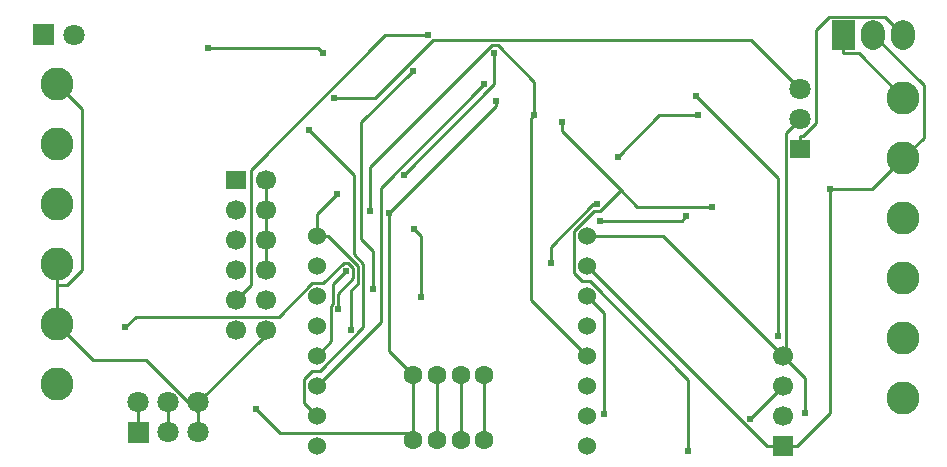
<source format=gbl>
G04 Layer: BottomLayer*
G04 EasyEDA v6.4.7, 2020-12-07T12:31:00+11:00*
G04 abd5dd9122e84a36b54d064553817704,febe97c2bcdd4f57a3b586bf34626918,10*
G04 Gerber Generator version 0.2*
G04 Scale: 100 percent, Rotated: No, Reflected: No *
G04 Dimensions in millimeters *
G04 leading zeros omitted , absolute positions ,3 integer and 3 decimal *
%FSLAX33Y33*%
%MOMM*%
G90*
D02*

%ADD11C,0.259994*%
%ADD14C,0.610006*%
%ADD29C,1.524000*%
%ADD30R,1.699997X1.699997*%
%ADD31C,1.699997*%
%ADD32C,1.799996*%
%ADD34C,1.599997*%
%ADD35C,2.800096*%
%ADD36R,1.699997X1.574800*%
%ADD37R,1.799996X1.574800*%
%ADD39C,1.999996*%

%LPD*%
G54D11*
G01X78486Y36830D02*
G01X76944Y38371D01*
G01X72189Y38371D01*
G01X71071Y37254D01*
G01X71071Y29334D01*
G01X69992Y28257D01*
G01X69723Y28257D01*
G01X69723Y27178D02*
G01X69723Y28257D01*
G01X73406Y35288D02*
G01X74691Y35288D01*
G01X78486Y31493D01*
G01X73406Y36830D02*
G01X73406Y35288D01*
G01X16256Y3175D02*
G01X16256Y5715D01*
G01X62257Y22291D02*
G01X55963Y22291D01*
G01X54569Y23685D01*
G01X49598Y29420D02*
G01X49598Y28656D01*
G01X54569Y23685D01*
G01X54569Y23685D02*
G01X52768Y21884D01*
G01X52257Y21884D01*
G01X50591Y20220D01*
G01X50591Y16687D01*
G01X51277Y16002D01*
G01X51920Y16002D01*
G01X60294Y7627D01*
G01X60294Y1584D01*
G01X36939Y33802D02*
G01X32585Y29448D01*
G01X32585Y19563D01*
G01X33604Y18547D01*
G01X33604Y15288D01*
G01X30297Y31523D02*
G01X33794Y31523D01*
G01X38668Y36395D01*
G01X65585Y36395D01*
G01X69723Y32258D01*
G01X21971Y14351D02*
G01X23241Y15621D01*
G01X23241Y25400D01*
G01X34627Y36786D01*
G01X38214Y36786D01*
G01X38214Y36786D01*
G01X51689Y14732D02*
G01X53121Y13299D01*
G01X53121Y4729D01*
G01X39004Y8001D02*
G01X39004Y2540D01*
G01X51689Y9652D02*
G01X46995Y14345D01*
G01X46995Y29801D01*
G01X47249Y30055D01*
G01X47249Y30055D02*
G01X47249Y32877D01*
G01X44152Y35974D01*
G01X43619Y35974D01*
G01X33291Y25646D01*
G01X33291Y21877D01*
G01X37005Y2540D02*
G01X36459Y3086D01*
G01X25702Y3086D01*
G01X23637Y5153D01*
G01X37005Y2540D02*
G01X37005Y8001D01*
G01X37005Y8001D02*
G01X34922Y10083D01*
G01X34922Y21717D01*
G01X34922Y21717D02*
G01X43975Y30769D01*
G01X43975Y31216D01*
G01X13716Y3175D02*
G01X13716Y5715D01*
G01X28829Y19812D02*
G01X28829Y21648D01*
G01X30573Y23393D01*
G01X41005Y2540D02*
G01X41005Y8001D01*
G01X28829Y19812D02*
G01X29778Y19812D01*
G01X32354Y17236D01*
G01X32354Y15814D01*
G01X31711Y15171D01*
G01X31711Y11871D01*
G01X28829Y7112D02*
G01X34231Y12514D01*
G01X34231Y23893D01*
G01X42976Y32639D01*
G01X28191Y28752D02*
G01X31950Y24993D01*
G01X31950Y18237D01*
G01X32778Y17411D01*
G01X32778Y12082D01*
G01X29075Y8382D01*
G01X28425Y8382D01*
G01X27749Y7706D01*
G01X27749Y5651D01*
G01X28829Y4572D01*
G01X60965Y31623D02*
G01X67873Y24714D01*
G01X67873Y11303D01*
G01X43850Y35313D02*
G01X43850Y32628D01*
G01X36200Y24978D01*
G01X43004Y8001D02*
G01X43004Y2540D01*
G01X18796Y5715D02*
G01X24511Y11430D01*
G01X24511Y11811D01*
G01X75946Y36830D02*
G01X80197Y32578D01*
G01X80197Y28127D01*
G01X78486Y26413D01*
G01X18796Y3175D02*
G01X18796Y4853D01*
G01X18796Y4853D02*
G01X18796Y5715D01*
G01X18796Y4853D02*
G01X18796Y4861D01*
G01X14386Y9271D01*
G01X9908Y9271D01*
G01X6860Y12319D01*
G01X6860Y12319D02*
G01X6860Y15671D01*
G01X6858Y17399D02*
G01X6858Y15671D01*
G01X6860Y15671D01*
G01X6860Y15671D02*
G01X7668Y15671D01*
G01X8933Y16934D01*
G01X8933Y30561D01*
G01X6858Y32636D01*
G01X68326Y2032D02*
G01X69469Y2032D01*
G01X72280Y23736D02*
G01X75806Y23736D01*
G01X78486Y26413D01*
G01X72280Y23736D02*
G01X72280Y4843D01*
G01X69469Y2032D01*
G01X68326Y2032D02*
G01X66929Y2032D01*
G01X51689Y17272D01*
G01X28829Y9652D02*
G01X30053Y10876D01*
G01X30053Y13835D01*
G01X30228Y14008D01*
G01X30228Y15704D01*
G01X31335Y16812D01*
G01X24511Y24511D02*
G01X24511Y21971D01*
G01X24511Y21971D02*
G01X24511Y19431D01*
G01X24511Y19431D02*
G01X24511Y16891D01*
G01X37053Y20375D02*
G01X37622Y19806D01*
G01X37622Y14599D01*
G01X68326Y7112D02*
G01X65524Y4310D01*
G01X51689Y19812D02*
G01X58166Y19812D01*
G01X68326Y9652D01*
G01X68326Y9652D02*
G01X68531Y9855D01*
G01X68531Y28524D01*
G01X69723Y29718D01*
G01X70170Y4831D02*
G01X70170Y7807D01*
G01X68326Y9652D01*
G01X54315Y26522D02*
G01X57828Y30035D01*
G01X61127Y30035D01*
G01X12600Y12059D02*
G01X13520Y12976D01*
G01X25585Y12976D01*
G01X28392Y15786D01*
G01X29377Y15786D01*
G01X31132Y17541D01*
G01X31452Y17541D01*
G01X31932Y17061D01*
G01X31932Y16202D01*
G01X30650Y14919D01*
G01X30650Y13586D01*
G01X52816Y21038D02*
G01X59705Y21038D01*
G01X60116Y21450D01*
G01X52522Y22481D02*
G01X52242Y22481D01*
G01X48668Y18907D01*
G01X48668Y17515D01*
G01X29344Y35283D02*
G01X28915Y35714D01*
G01X19608Y35714D01*
G01X19608Y35714D01*
G54D29*
G01X28829Y2032D03*
G01X28829Y4572D03*
G01X28829Y7112D03*
G01X28829Y9652D03*
G01X28829Y12192D03*
G01X28829Y14732D03*
G01X28829Y17272D03*
G01X28829Y19812D03*
G01X51689Y2032D03*
G01X51689Y4572D03*
G01X51689Y7112D03*
G01X51689Y9652D03*
G01X51689Y12192D03*
G01X51689Y14732D03*
G01X51689Y17272D03*
G01X51689Y19812D03*
G54D30*
G01X68326Y2032D03*
G54D31*
G01X68326Y4572D03*
G01X68326Y7112D03*
G01X68326Y9652D03*
G54D32*
G01X18796Y5715D03*
G01X18796Y3175D03*
G01X16256Y5715D03*
G01X16256Y3175D03*
G01X13716Y5715D03*
G36*
G01X12816Y4074D02*
G01X14615Y4074D01*
G01X14615Y2275D01*
G01X12816Y2275D01*
G01X12816Y4074D01*
G37*
G54D34*
G01X37005Y2540D03*
G01X39005Y2540D03*
G01X41004Y2540D03*
G01X43004Y2540D03*
G01X37005Y8001D03*
G01X39005Y8001D03*
G01X41004Y8001D03*
G01X43004Y8001D03*
G54D35*
G01X6859Y7240D03*
G01X6859Y12320D03*
G01X6857Y17398D03*
G01X6859Y22480D03*
G01X6859Y27560D03*
G01X6856Y32637D03*
G01X78484Y31494D03*
G01X78484Y26414D03*
G01X78486Y21336D03*
G01X78484Y16254D03*
G01X78484Y11174D03*
G01X78487Y6097D03*
G54D31*
G01X24511Y11811D03*
G01X21971Y11811D03*
G01X24511Y14351D03*
G01X21971Y14351D03*
G01X24511Y16891D03*
G01X21971Y16891D03*
G01X24511Y19431D03*
G01X21971Y19431D03*
G01X24511Y21971D03*
G01X21971Y21971D03*
G01X24511Y24511D03*
G54D36*
G01X21971Y24511D03*
G54D32*
G01X69723Y32258D03*
G01X69723Y29718D03*
G54D37*
G01X69723Y27178D03*
G36*
G01X72405Y38079D02*
G01X74406Y38079D01*
G01X74406Y35580D01*
G01X72405Y35580D01*
G01X72405Y38079D01*
G37*
G54D32*
G01X8255Y36830D03*
G36*
G01X4815Y37729D02*
G01X6614Y37729D01*
G01X6614Y35930D01*
G01X4815Y35930D01*
G01X4815Y37729D01*
G37*
G54D14*
G01X49598Y29420D03*
G01X62257Y22291D03*
G01X60294Y1584D03*
G01X33604Y15288D03*
G01X36939Y33802D03*
G01X30297Y31523D03*
G01X38214Y36786D03*
G01X53121Y4729D03*
G01X47249Y30055D03*
G01X33291Y21877D03*
G01X23637Y5153D03*
G01X34922Y21717D03*
G01X43975Y31216D03*
G01X30573Y23393D03*
G01X31711Y11871D03*
G01X42976Y32639D03*
G01X28191Y28752D03*
G01X60965Y31623D03*
G01X67873Y11303D03*
G01X36200Y24978D03*
G01X43850Y35313D03*
G01X72280Y23736D03*
G01X31335Y16812D03*
G01X37053Y20375D03*
G01X37622Y14599D03*
G01X65524Y4310D03*
G01X70170Y4831D03*
G01X54315Y26522D03*
G01X61127Y30035D03*
G01X12600Y12059D03*
G01X30650Y13586D03*
G01X60116Y21450D03*
G01X52816Y21038D03*
G01X52522Y22481D03*
G01X48668Y17515D03*
G01X19608Y35714D03*
G01X29344Y35283D03*
G54D39*
G01X75946Y37080D02*
G01X75946Y36580D01*
G01X78486Y37080D02*
G01X78486Y36580D01*
M00*
M02*

</source>
